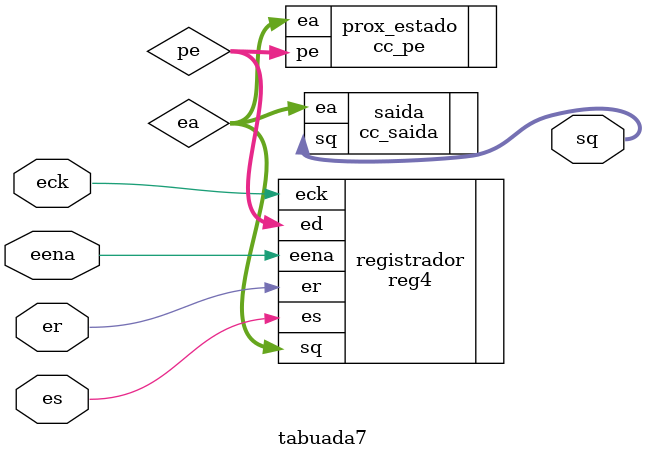
<source format=v>
module tabuada7(
input eck,
input er,
input es,
input eena,
output [6:0] sq
);

wire [3:0] ea;
wire [3:0] pe;

cc_pe prox_estado(	.ea(ea),
			.pe(pe));

reg4 registrador(  	.ed(pe),
			.eck(eck),
			.er(er), 
			.es(es),
			.eena(eena),
			.sq(ea));

cc_saida saida(		.ea(ea),
			.sq(sq));

endmodule
</source>
